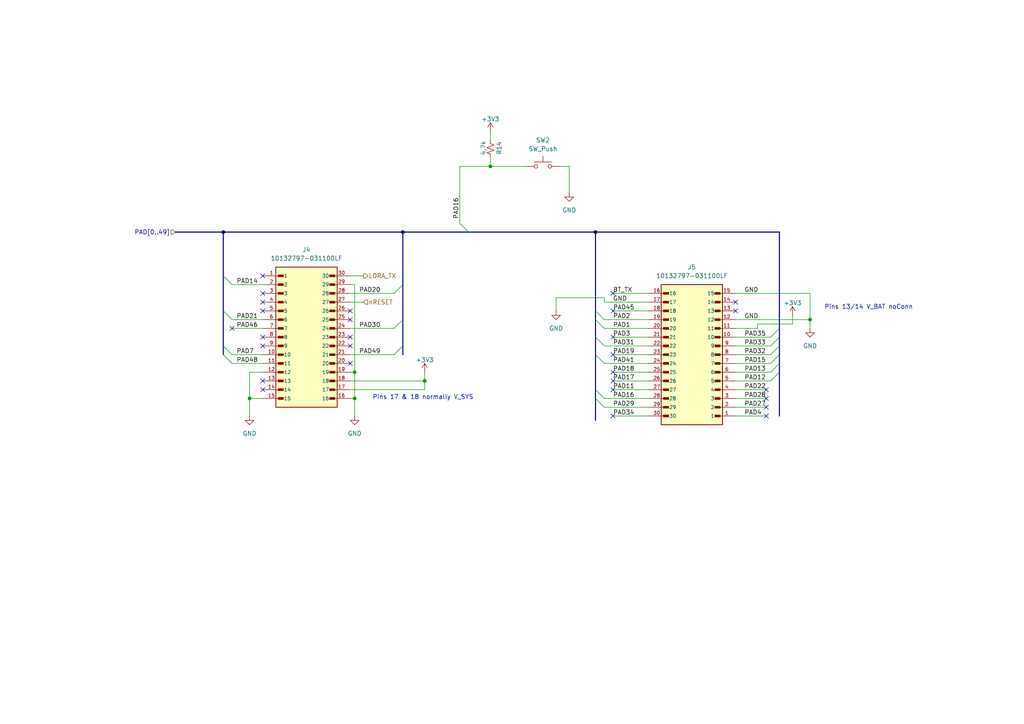
<source format=kicad_sch>
(kicad_sch (version 20250114) (generator "eeschema") (generator_version "9.0")
  (paper "A4")
  (title_block (title "SproutSyncProto-A-01") (date "2025-07-16") (rev "0.1") (company "SproutSync LTD") (comment 1 "ALL RIGHTS RESERVED") (comment 2 "Drawn By: Thomas Sweeney") (comment 3 "R&D Check:") (comment 4 "MFG Check:"))
  (lib_symbols
    (symbol "Device:R_Small_US" (pin_numbers (hide yes)) (pin_names (offset 0.254) (hide yes))
      (property "Reference" "R" (at 0.762 0.508 0))
      (property "Value" "R_Small_US" (at 0.762 -1.016 0))
      (symbol "R_Small_US_1_1"
        (polyline (pts (xy 0 1.524) (xy 1.016 1.143) (xy 0 0.762) (xy -1.016 0.381) (xy 0 0)))
        (polyline (pts (xy 0 0) (xy 1.016 -0.381) (xy 0 -0.762) (xy -1.016 -1.143) (xy 0 -1.524)))
        (pin passive line (at 0 2.54 270) (length 1.016) (name "~") (number "1"))
        (pin passive line (at 0 -2.54 90) (length 1.016) (name "~") (number "2"))
      )
    )
    (symbol "SproutSense:10132797-031100LF" (pin_names (offset 1.016))
      (property "Reference" "J" (at -7.62 21.59 0))
      (property "Value" "10132797-031100LF" (at -7.62 -22.86 0))
      (symbol "10132797-031100LF_0_0"
        (rectangle (start -8.89 -20.32) (end 8.89 20.32) (stroke (width 0.254)) (fill (type background)))
        (rectangle (start -8.255 17.4625) (end -6.6675 18.0975) (stroke (width 0.1)) (fill (type outline)))
        (rectangle (start -8.255 14.9225) (end -6.6675 15.5575) (stroke (width 0.1)) (fill (type outline)))
        (rectangle (start -8.255 12.3825) (end -6.6675 13.0175) (stroke (width 0.1)) (fill (type outline)))
        (rectangle (start -8.255 9.8425) (end -6.6675 10.4775) (stroke (width 0.1)) (fill (type outline)))
        (rectangle (start -8.255 7.3025) (end -6.6675 7.9375) (stroke (width 0.1)) (fill (type outline)))
        (rectangle (start -8.255 4.7625) (end -6.6675 5.3975) (stroke (width 0.1)) (fill (type outline)))
        (rectangle (start -8.255 2.2225) (end -6.6675 2.8575) (stroke (width 0.1)) (fill (type outline)))
        (rectangle (start -8.255 -0.3175) (end -6.6675 0.3175) (stroke (width 0.1)) (fill (type outline)))
        (rectangle (start -8.255 -2.8575) (end -6.6675 -2.2225) (stroke (width 0.1)) (fill (type outline)))
        (rectangle (start -8.255 -5.3975) (end -6.6675 -4.7625) (stroke (width 0.1)) (fill (type outline)))
        (rectangle (start -8.255 -7.9375) (end -6.6675 -7.3025) (stroke (width 0.1)) (fill (type outline)))
        (rectangle (start -8.255 -10.4775) (end -6.6675 -9.8425) (stroke (width 0.1)) (fill (type outline)))
        (rectangle (start -8.255 -13.0175) (end -6.6675 -12.3825) (stroke (width 0.1)) (fill (type outline)))
        (rectangle (start -8.255 -15.5575) (end -6.6675 -14.9225) (stroke (width 0.1)) (fill (type outline)))
        (rectangle (start -8.255 -18.0975) (end -6.6675 -17.4625) (stroke (width 0.1)) (fill (type outline)))
        (rectangle (start 6.6675 17.4625) (end 8.255 18.0975) (stroke (width 0.1)) (fill (type outline)))
        (rectangle (start 6.6675 14.9225) (end 8.255 15.5575) (stroke (width 0.1)) (fill (type outline)))
        (rectangle (start 6.6675 12.3825) (end 8.255 13.0175) (stroke (width 0.1)) (fill (type outline)))
        (rectangle (start 6.6675 9.8425) (end 8.255 10.4775) (stroke (width 0.1)) (fill (type outline)))
        (rectangle (start 6.6675 7.3025) (end 8.255 7.9375) (stroke (width 0.1)) (fill (type outline)))
        (rectangle (start 6.6675 4.7625) (end 8.255 5.3975) (stroke (width 0.1)) (fill (type outline)))
        (rectangle (start 6.6675 2.2225) (end 8.255 2.8575) (stroke (width 0.1)) (fill (type outline)))
        (rectangle (start 6.6675 -0.3175) (end 8.255 0.3175) (stroke (width 0.1)) (fill (type outline)))
        (rectangle (start 6.6675 -2.8575) (end 8.255 -2.2225) (stroke (width 0.1)) (fill (type outline)))
        (rectangle (start 6.6675 -5.3975) (end 8.255 -4.7625) (stroke (width 0.1)) (fill (type outline)))
        (rectangle (start 6.6675 -7.9375) (end 8.255 -7.3025) (stroke (width 0.1)) (fill (type outline)))
        (rectangle (start 6.6675 -10.4775) (end 8.255 -9.8425) (stroke (width 0.1)) (fill (type outline)))
        (rectangle (start 6.6675 -13.0175) (end 8.255 -12.3825) (stroke (width 0.1)) (fill (type outline)))
        (rectangle (start 6.6675 -15.5575) (end 8.255 -14.9225) (stroke (width 0.1)) (fill (type outline)))
        (rectangle (start 6.6675 -18.0975) (end 8.255 -17.4625) (stroke (width 0.1)) (fill (type outline)))
        (pin passive line (at -12.7 17.78 0) (length 5.08) (name "1") (number "1"))
        (pin passive line (at -12.7 15.24 0) (length 5.08) (name "2") (number "2"))
        (pin passive line (at -12.7 12.7 0) (length 5.08) (name "3") (number "3"))
        (pin passive line (at -12.7 10.16 0) (length 5.08) (name "4") (number "4"))
        (pin passive line (at -12.7 7.62 0) (length 5.08) (name "5") (number "5"))
        (pin passive line (at -12.7 5.08 0) (length 5.08) (name "6") (number "6"))
        (pin passive line (at -12.7 2.54 0) (length 5.08) (name "7") (number "7"))
        (pin passive line (at -12.7 0 0) (length 5.08) (name "8") (number "8"))
        (pin passive line (at -12.7 -2.54 0) (length 5.08) (name "9") (number "9"))
        (pin passive line (at -12.7 -5.08 0) (length 5.08) (name "10") (number "10"))
        (pin passive line (at -12.7 -7.62 0) (length 5.08) (name "11") (number "11"))
        (pin passive line (at -12.7 -10.16 0) (length 5.08) (name "12") (number "12"))
        (pin passive line (at -12.7 -12.7 0) (length 5.08) (name "13") (number "13"))
        (pin passive line (at -12.7 -15.24 0) (length 5.08) (name "14") (number "14"))
        (pin passive line (at -12.7 -17.78 0) (length 5.08) (name "15") (number "15"))
        (pin passive line (at 12.7 17.78 180) (length 5.08) (name "30") (number "30"))
        (pin passive line (at 12.7 15.24 180) (length 5.08) (name "29") (number "29"))
        (pin passive line (at 12.7 12.7 180) (length 5.08) (name "28") (number "28"))
        (pin passive line (at 12.7 10.16 180) (length 5.08) (name "27") (number "27"))
        (pin passive line (at 12.7 7.62 180) (length 5.08) (name "26") (number "26"))
        (pin passive line (at 12.7 5.08 180) (length 5.08) (name "25") (number "25"))
        (pin passive line (at 12.7 2.54 180) (length 5.08) (name "24") (number "24"))
        (pin passive line (at 12.7 0 180) (length 5.08) (name "23") (number "23"))
        (pin passive line (at 12.7 -2.54 180) (length 5.08) (name "22") (number "22"))
        (pin passive line (at 12.7 -5.08 180) (length 5.08) (name "21") (number "21"))
        (pin passive line (at 12.7 -7.62 180) (length 5.08) (name "20") (number "20"))
        (pin passive line (at 12.7 -10.16 180) (length 5.08) (name "19") (number "19"))
        (pin passive line (at 12.7 -12.7 180) (length 5.08) (name "18") (number "18"))
        (pin passive line (at 12.7 -15.24 180) (length 5.08) (name "17") (number "17"))
        (pin passive line (at 12.7 -17.78 180) (length 5.08) (name "16") (number "16"))
      )
    )
    (symbol "Switch:SW_Push" (pin_numbers (hide yes)) (pin_names (offset 1.016) (hide yes))
      (property "Reference" "SW" (at 1.27 2.54 0))
      (property "Value" "SW_Push" (at 0 -1.524 0))
      (symbol "SW_Push_0_1"
        (circle (center -2.032 0) (radius 0.508))
        (polyline (pts (xy 0 1.27) (xy 0 3.048)))
        (circle (center 2.032 0) (radius 0.508))
        (polyline (pts (xy 2.54 1.27) (xy -2.54 1.27)))
        (pin passive line (at -5.08 0 0) (length 2.54) (name "1") (number "1"))
        (pin passive line (at 5.08 0 180) (length 2.54) (name "2") (number "2"))
      )
    )
    (symbol "power:+3V3" (power) (pin_numbers (hide yes)) (pin_names (offset 0) (hide yes))
      (property "Value" "+3V3" (at 0 3.556 0))
      (symbol "+3V3_0_1"
        (polyline (pts (xy -0.762 1.27) (xy 0 2.54)))
        (polyline (pts (xy 0 2.54) (xy 0.762 1.27)))
        (polyline (pts (xy 0 0) (xy 0 2.54)))
      )
      (symbol "+3V3_1_1"
        (pin power_in line (at 0 0 90) (length 0) (name "~") (number "1"))
      )
    )
    (symbol "power:GND" (power) (pin_numbers (hide yes)) (pin_names (offset 0) (hide yes))
      (property "Value" "GND" (at 0 -3.81 0))
      (symbol "GND_0_1"
        (polyline (pts (xy 0 0) (xy 0 -1.27) (xy 1.27 -1.27) (xy 0 -2.54) (xy -1.27 -1.27) (xy 0 -1.27)))
      )
      (symbol "GND_1_1"
        (pin power_in line (at 0 0 270) (length 0) (name "~") (number "1"))
      )
    )
  )
  (text "Pins 17 & 18 normally V_SYS" (at 122.682 115.316 0) (effects (font (size 1.27 1.27))))
  (text "Pins 13/14 V_BAT noConn" (at 251.968 89.154 0) (effects (font (size 1.27 1.27))))
  (junction (at 234.95 92.71))
  (junction (at 142.24 48.26))
  (junction (at 102.87 115.57))
  (junction (at 116.84 67.31))
  (junction (at 123.19 110.49))
  (junction (at 172.72 67.31))
  (junction (at 102.87 107.95))
  (junction (at 72.39 115.57))
  (junction (at 64.77 67.31))
  (no_connect (at 177.8 110.49))
  (no_connect (at 76.2 80.01))
  (no_connect (at 222.25 118.11))
  (no_connect (at 101.6 97.79))
  (no_connect (at 177.8 102.87))
  (no_connect (at 76.2 90.17))
  (no_connect (at 76.2 87.63))
  (no_connect (at 76.2 97.79))
  (no_connect (at 177.8 85.09))
  (no_connect (at 222.25 115.57))
  (no_connect (at 76.2 113.03))
  (no_connect (at 177.8 113.03))
  (no_connect (at 177.8 90.17))
  (no_connect (at 76.2 110.49))
  (no_connect (at 67.31 95.25))
  (no_connect (at 76.2 85.09))
  (no_connect (at 177.8 107.95))
  (no_connect (at 101.6 100.33))
  (no_connect (at 76.2 100.33))
  (no_connect (at 222.25 113.03))
  (no_connect (at 177.8 97.79))
  (no_connect (at 101.6 92.71))
  (no_connect (at 213.36 87.63))
  (no_connect (at 101.6 90.17))
  (no_connect (at 222.25 120.65))
  (no_connect (at 213.36 90.17))
  (no_connect (at 101.6 105.41))
  (no_connect (at 177.8 120.65))
  (bus_entry (at 172.72 102.87) (size 2.54 2.54))
  (bus_entry (at 114.3 95.25) (size 2.54 -2.54))
  (bus_entry (at 223.52 110.49) (size 2.54 -2.54))
  (bus_entry (at 172.72 92.71) (size 2.54 2.54))
  (bus_entry (at 64.77 102.87) (size 2.54 2.54))
  (bus_entry (at 64.77 80.01) (size 2.54 2.54))
  (bus_entry (at 64.77 90.17) (size 2.54 2.54))
  (bus_entry (at 223.52 102.87) (size 2.54 -2.54))
  (bus_entry (at 223.52 97.79) (size 2.54 -2.54))
  (bus_entry (at 172.72 115.57) (size 2.54 2.54))
  (bus_entry (at 64.77 100.33) (size 2.54 2.54))
  (bus_entry (at 223.52 100.33) (size 2.54 -2.54))
  (bus_entry (at 114.3 102.87) (size 2.54 -2.54))
  (bus_entry (at 223.52 107.95) (size 2.54 -2.54))
  (bus_entry (at 172.72 97.79) (size 2.54 2.54))
  (bus_entry (at 172.72 113.03) (size 2.54 2.54))
  (bus_entry (at 223.52 105.41) (size 2.54 -2.54))
  (bus_entry (at 172.72 90.17) (size 2.54 2.54))
  (bus_entry (at 114.3 85.09) (size 2.54 -2.54))
  (bus_entry (at 133.35 64.77) (size 2.54 2.54))
  (wire (pts (xy 72.39 115.57) (xy 76.2 115.57)))
  (wire (pts (xy 175.26 86.36) (xy 161.29 86.36)))
  (wire (pts (xy 102.87 82.55) (xy 102.87 107.95)))
  (wire (pts (xy 213.36 107.95) (xy 223.52 107.95)))
  (bus (pts (xy 226.06 100.33) (xy 226.06 102.87)))
  (bus (pts (xy 116.84 67.31) (xy 135.89 67.31)))
  (wire (pts (xy 101.6 95.25) (xy 114.3 95.25)))
  (wire (pts (xy 101.6 102.87) (xy 114.3 102.87)))
  (wire (pts (xy 213.36 113.03) (xy 222.25 113.03)))
  (wire (pts (xy 213.36 100.33) (xy 223.52 100.33)))
  (wire (pts (xy 213.36 97.79) (xy 223.52 97.79)))
  (wire (pts (xy 67.31 105.41) (xy 76.2 105.41)))
  (wire (pts (xy 101.6 107.95) (xy 102.87 107.95)))
  (wire (pts (xy 161.29 86.36) (xy 161.29 90.17)))
  (wire (pts (xy 175.26 92.71) (xy 187.96 92.71)))
  (bus (pts (xy 226.06 95.25) (xy 226.06 97.79)))
  (wire (pts (xy 142.24 45.72) (xy 142.24 48.26)))
  (wire (pts (xy 213.36 105.41) (xy 223.52 105.41)))
  (wire (pts (xy 175.26 95.25) (xy 187.96 95.25)))
  (wire (pts (xy 123.19 110.49) (xy 123.19 107.95)))
  (wire (pts (xy 177.8 102.87) (xy 187.96 102.87)))
  (wire (pts (xy 152.4 48.26) (xy 142.24 48.26)))
  (wire (pts (xy 123.19 113.03) (xy 123.19 110.49)))
  (wire (pts (xy 175.26 87.63) (xy 175.26 86.36)))
  (bus (pts (xy 172.72 67.31) (xy 172.72 90.17)))
  (bus (pts (xy 116.84 67.31) (xy 116.84 82.55)))
  (wire (pts (xy 177.8 107.95) (xy 187.96 107.95)))
  (bus (pts (xy 135.89 67.31) (xy 172.72 67.31)))
  (wire (pts (xy 213.36 85.09) (xy 234.95 85.09)))
  (bus (pts (xy 226.06 107.95) (xy 226.06 120.65)))
  (wire (pts (xy 213.36 92.71) (xy 234.95 92.71)))
  (wire (pts (xy 67.31 82.55) (xy 76.2 82.55)))
  (wire (pts (xy 234.95 85.09) (xy 234.95 92.71)))
  (wire (pts (xy 213.36 95.25) (xy 219.71 95.25)))
  (wire (pts (xy 165.1 48.26) (xy 165.1 55.88)))
  (bus (pts (xy 172.72 102.87) (xy 172.72 113.03)))
  (bus (pts (xy 64.77 90.17) (xy 64.77 100.33)))
  (bus (pts (xy 226.06 102.87) (xy 226.06 105.41)))
  (wire (pts (xy 133.35 48.26) (xy 142.24 48.26)))
  (wire (pts (xy 177.8 120.65) (xy 187.96 120.65)))
  (wire (pts (xy 101.6 87.63) (xy 105.41 87.63)))
  (bus (pts (xy 64.77 67.31) (xy 116.84 67.31)))
  (wire (pts (xy 101.6 85.09) (xy 114.3 85.09)))
  (wire (pts (xy 175.26 87.63) (xy 187.96 87.63)))
  (wire (pts (xy 213.36 118.11) (xy 222.25 118.11)))
  (wire (pts (xy 67.31 102.87) (xy 76.2 102.87)))
  (wire (pts (xy 213.36 115.57) (xy 222.25 115.57)))
  (wire (pts (xy 133.35 48.26) (xy 133.35 64.77)))
  (bus (pts (xy 116.84 100.33) (xy 116.84 102.87)))
  (bus (pts (xy 226.06 105.41) (xy 226.06 107.95)))
  (bus (pts (xy 226.06 97.79) (xy 226.06 100.33)))
  (bus (pts (xy 64.77 80.01) (xy 64.77 90.17)))
  (wire (pts (xy 101.6 113.03) (xy 123.19 113.03)))
  (wire (pts (xy 101.6 115.57) (xy 102.87 115.57)))
  (wire (pts (xy 67.31 95.25) (xy 76.2 95.25)))
  (bus (pts (xy 116.84 92.71) (xy 116.84 100.33)))
  (wire (pts (xy 177.8 113.03) (xy 187.96 113.03)))
  (bus (pts (xy 172.72 92.71) (xy 172.72 97.79)))
  (bus (pts (xy 116.84 82.55) (xy 116.84 92.71)))
  (bus (pts (xy 172.72 67.31) (xy 226.06 67.31)))
  (wire (pts (xy 175.26 100.33) (xy 187.96 100.33)))
  (wire (pts (xy 72.39 115.57) (xy 72.39 120.65)))
  (bus (pts (xy 226.06 67.31) (xy 226.06 95.25)))
  (wire (pts (xy 177.8 85.09) (xy 187.96 85.09)))
  (wire (pts (xy 101.6 80.01) (xy 105.41 80.01)))
  (wire (pts (xy 177.8 110.49) (xy 187.96 110.49)))
  (wire (pts (xy 175.26 118.11) (xy 187.96 118.11)))
  (wire (pts (xy 213.36 110.49) (xy 223.52 110.49)))
  (bus (pts (xy 172.72 97.79) (xy 172.72 102.87)))
  (wire (pts (xy 76.2 107.95) (xy 72.39 107.95)))
  (wire (pts (xy 162.56 48.26) (xy 165.1 48.26)))
  (wire (pts (xy 219.71 95.25) (xy 219.71 93.98)))
  (bus (pts (xy 50.8 67.31) (xy 64.77 67.31)))
  (wire (pts (xy 229.87 93.98) (xy 229.87 91.44)))
  (bus (pts (xy 172.72 115.57) (xy 172.72 121.92)))
  (bus (pts (xy 64.77 100.33) (xy 64.77 102.87)))
  (bus (pts (xy 64.77 67.31) (xy 64.77 80.01)))
  (wire (pts (xy 175.26 115.57) (xy 187.96 115.57)))
  (wire (pts (xy 219.71 93.98) (xy 229.87 93.98)))
  (wire (pts (xy 177.8 97.79) (xy 187.96 97.79)))
  (wire (pts (xy 72.39 107.95) (xy 72.39 115.57)))
  (wire (pts (xy 102.87 115.57) (xy 102.87 120.65)))
  (wire (pts (xy 142.24 38.1) (xy 142.24 40.64)))
  (wire (pts (xy 102.87 107.95) (xy 102.87 115.57)))
  (wire (pts (xy 234.95 92.71) (xy 234.95 95.25)))
  (wire (pts (xy 101.6 110.49) (xy 123.19 110.49)))
  (bus (pts (xy 172.72 90.17) (xy 172.72 92.71)))
  (bus (pts (xy 172.72 113.03) (xy 172.72 115.57)))
  (wire (pts (xy 101.6 82.55) (xy 102.87 82.55)))
  (wire (pts (xy 67.31 92.71) (xy 76.2 92.71)))
  (wire (pts (xy 177.8 90.17) (xy 187.96 90.17)))
  (wire (pts (xy 175.26 105.41) (xy 187.96 105.41)))
  (wire (pts (xy 213.36 102.87) (xy 223.52 102.87)))
  (wire (pts (xy 213.36 120.65) (xy 222.25 120.65)))
  (label "PAD17" (at 177.8 110.49 0))
  (label "PAD49" (at 104.14 102.87 0))
  (label "PAD20" (at 104.14 85.09 0))
  (label "PAD22" (at 215.9 113.03 0))
  (label "GND" (at 215.9 92.71 0))
  (label "PAD28" (at 215.9 115.57 0))
  (label "PAD4" (at 215.9 120.65 0))
  (label "PAD16" (at 177.8 115.57 0))
  (label "PAD7" (at 68.58 102.87 0))
  (label "PAD11" (at 177.8 113.03 0))
  (label "BT_TX" (at 177.8 85.09 0))
  (label "PAD16" (at 133.35 63.5 90))
  (label "PAD41" (at 177.8 105.41 0))
  (label "PAD35" (at 215.9 97.79 0))
  (label "PAD29" (at 177.8 118.11 0))
  (label "PAD34" (at 177.8 120.65 0))
  (label "PAD19" (at 177.8 102.87 0))
  (label "PAD27" (at 215.9 118.11 0))
  (label "PAD18" (at 177.8 107.95 0))
  (label "PAD15" (at 215.9 105.41 0))
  (label "GND" (at 215.9 85.09 0))
  (label "PAD14" (at 68.58 82.55 0))
  (label "PAD1" (at 177.8 95.25 0))
  (label "PAD12" (at 215.9 110.49 0))
  (label "PAD13" (at 215.9 107.95 0))
  (label "PAD45" (at 177.8 90.17 0))
  (label "PAD3" (at 177.8 97.79 0))
  (label "PAD33" (at 215.9 100.33 0))
  (label "PAD21" (at 68.58 92.71 0))
  (label "PAD46" (at 68.58 95.25 0))
  (label "PAD2" (at 177.8 92.71 0))
  (label "PAD30" (at 104.14 95.25 0))
  (label "PAD31" (at 177.8 100.33 0))
  (label "PAD48" (at 68.58 105.41 0))
  (label "GND" (at 177.8 87.63 0))
  (label "PAD32" (at 215.9 102.87 0))
  (hierarchical_label "LORA_TX" (shape output) (at 105.41 80.01 0))
  (hierarchical_label "PAD[0..49]" (shape input) (at 50.8 67.31 180))
  (hierarchical_label "nRESET" (shape input) (at 105.41 87.63 0))
  (symbol (lib_id "Switch:SW_Push") (at 157.48 48.26 0) (unit 1)
    (property "Reference" "SW2" (at 157.48 40.64 0))
    (property "Value" "SW_Push" (at 157.48 43.18 0))
    (property "Description" "Push button switch, generic, two pins" (effects (hide yes)))
  )
  (symbol (lib_id "Device:R_Small_US") (at 142.24 43.18 180) (unit 1)
    (property "Reference" "R14" (at 144.78 42.926 90))
    (property "Value" "4.7k" (at 140.208 42.926 90))
    (property "Footprint" "Resistor_SMD:R_0402_1005Metric" (effects (hide yes)))
    (property "Datasheet" "https://www.yageo.com/upload/media/product/products/datasheet/rchip/PYu-RC_Group_51_RoHS_L_12.pdf" (effects (hide yes)))
    (property "Description" "RES 4.7K OHM 5% 1/16W 0402" (effects (hide yes)))
    (property "Distributor Prt #" "311-4.7KJRCT-ND" (effects (hide yes)))
    (property "Manuf Prt #" "	 RC0402JR-074K7L" (effects (hide yes)))
  )
  (symbol (lib_id "power:GND") (at 161.29 90.17 0) (unit 1)
    (property "Reference" "#PWR05" (effects (hide yes)))
    (property "Value" "GND" (at 161.29 95.25 0))
    (property "Description" "Power symbol creates a global label with name \"GND\" , ground" (effects (hide yes)))
  )
  (symbol (lib_id "power:+3V3") (at 142.24 38.1 0) (mirror y) (unit 1)
    (property "Reference" "#PWR056" (effects (hide yes)))
    (property "Value" "+3V3" (at 142.24 34.544 0))
    (property "Description" "Power symbol creates a global label with name \"+3V3\"" (effects (hide yes)))
  )
  (symbol (lib_id "power:GND") (at 102.87 120.65 0) (unit 1)
    (property "Reference" "#PWR01" (effects (hide yes)))
    (property "Value" "GND" (at 102.87 125.73 0))
    (property "Description" "Power symbol creates a global label with name \"GND\" , ground" (effects (hide yes)))
  )
  (symbol (lib_id "SproutSense:10132797-031100LF") (at 88.9 97.79 0) (unit 1)
    (property "Reference" "J4" (at 88.9 72.39 0))
    (property "Value" "10132797-031100LF" (at 88.9 74.93 0))
    (property "Footprint" "SproutSenseFootprints:AMPHENOL_10132797-031100LF" (effects (hide yes)))
    (property "Datasheet" "https://cdn.amphenol-cs.com/media/wysiwyg/files/documentation/datasheet/boardwiretoboard/bwb_bergstak_05mm_mezzanine.pdf" (effects (hide yes)))
    (property "Description" "CONN PLUG 30POS SMD GOLD" (effects (hide yes)))
    (property "PARTREV" "F" (effects (hide yes)))
    (property "STANDARD" "Manufacturer Recommendations" (effects (hide yes)))
    (property "MANUFACTURER" "Amphenol" (effects (hide yes)))
    (property "Distributor Prt #" "609-5024-1-ND" (effects (hide yes)))
    (property "Manuf Prt #" "10132797-031100LF" (effects (hide yes)))
  )
  (symbol (lib_id "power:GND") (at 165.1 55.88 0) (unit 1)
    (property "Reference" "#PWR057" (effects (hide yes)))
    (property "Value" "GND" (at 165.1 60.96 0))
    (property "Description" "Power symbol creates a global label with name \"GND\" , ground" (effects (hide yes)))
  )
  (symbol (lib_id "power:+3V3") (at 229.87 91.44 0) (mirror y) (unit 1)
    (property "Reference" "#PWR08" (effects (hide yes)))
    (property "Value" "+3V3" (at 229.87 87.884 0))
    (property "Description" "Power symbol creates a global label with name \"+3V3\"" (effects (hide yes)))
  )
  (symbol (lib_id "power:GND") (at 234.95 95.25 0) (unit 1)
    (property "Reference" "#PWR07" (effects (hide yes)))
    (property "Value" "GND" (at 234.95 100.33 0))
    (property "Description" "Power symbol creates a global label with name \"GND\" , ground" (effects (hide yes)))
  )
  (symbol (lib_id "SproutSense:10132797-031100LF") (at 200.66 102.87 180) (unit 1)
    (property "Reference" "J5" (at 200.66 77.47 0))
    (property "Value" "10132797-031100LF" (at 200.66 80.01 0))
    (property "Footprint" "SproutSenseFootprints:AMPHENOL_10132797-031100LF" (effects (hide yes)))
    (property "Datasheet" "https://cdn.amphenol-cs.com/media/wysiwyg/files/documentation/datasheet/boardwiretoboard/bwb_bergstak_05mm_mezzanine.pdf" (effects (hide yes)))
    (property "Description" "CONN PLUG 30POS SMD GOLD" (effects (hide yes)))
    (property "PARTREV" "F" (effects (hide yes)))
    (property "STANDARD" "Manufacturer Recommendations" (effects (hide yes)))
    (property "MANUFACTURER" "Amphenol" (effects (hide yes)))
    (property "Distributor Prt #" "609-5024-1-ND" (effects (hide yes)))
    (property "Manuf Prt #" "10132797-031100LF" (effects (hide yes)))
  )
  (symbol (lib_id "power:+3V3") (at 123.19 107.95 0) (mirror y) (unit 1)
    (property "Reference" "#PWR04" (effects (hide yes)))
    (property "Value" "+3V3" (at 123.19 104.394 0))
    (property "Description" "Power symbol creates a global label with name \"+3V3\"" (effects (hide yes)))
  )
  (symbol (lib_id "power:GND") (at 72.39 120.65 0) (unit 1)
    (property "Reference" "#PWR02" (effects (hide yes)))
    (property "Value" "GND" (at 72.39 125.73 0))
    (property "Description" "Power symbol creates a global label with name \"GND\" , ground" (effects (hide yes)))
  )
)
</source>
